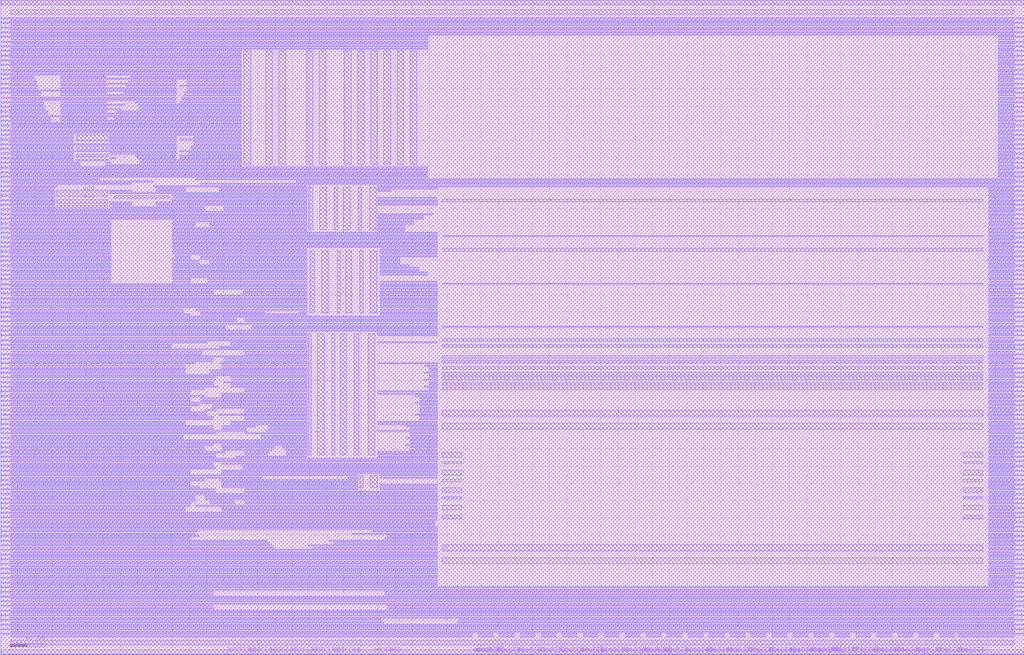
<source format=lef>
VERSION 5.8 ; 
BUSBITCHARS "[]" ; 
DIVIDERCHAR "/" ; 
MACRO sram22_64x24m4w8
    CLASS BLOCK  ;
    FOREIGN sram22_64x24m4w8   ;
    SIZE 298.440 BY 191.000 ;
    SYMMETRY X Y R90 ;
    PIN dout[0] 
        DIRECTION OUTPUT ; 
        ANTENNADIFFAREA 0.448000 LAYER met2 ;
        ANTENNAPARTIALMETALAREA 0.950300 LAYER met1 ;
        ANTENNAPARTIALMETALAREA 7.107200 LAYER met2 ;
        PORT 
            LAYER met1 ;
                RECT 138.470 0.000 138.610 0.140 ;
        END 
    END dout[0] 
    PIN dout[1] 
        DIRECTION OUTPUT ; 
        ANTENNADIFFAREA 0.448000 LAYER met2 ;
        ANTENNAPARTIALMETALAREA 0.950300 LAYER met1 ;
        ANTENNAPARTIALMETALAREA 7.107200 LAYER met2 ;
        PORT 
            LAYER met1 ;
                RECT 144.570 0.000 144.710 0.140 ;
        END 
    END dout[1] 
    PIN dout[2] 
        DIRECTION OUTPUT ; 
        ANTENNADIFFAREA 0.448000 LAYER met2 ;
        ANTENNAPARTIALMETALAREA 0.950300 LAYER met1 ;
        ANTENNAPARTIALMETALAREA 7.107200 LAYER met2 ;
        PORT 
            LAYER met1 ;
                RECT 150.670 0.000 150.810 0.140 ;
        END 
    END dout[2] 
    PIN dout[3] 
        DIRECTION OUTPUT ; 
        ANTENNADIFFAREA 0.448000 LAYER met2 ;
        ANTENNAPARTIALMETALAREA 0.950300 LAYER met1 ;
        ANTENNAPARTIALMETALAREA 7.107200 LAYER met2 ;
        PORT 
            LAYER met1 ;
                RECT 156.770 0.000 156.910 0.140 ;
        END 
    END dout[3] 
    PIN dout[4] 
        DIRECTION OUTPUT ; 
        ANTENNADIFFAREA 0.448000 LAYER met2 ;
        ANTENNAPARTIALMETALAREA 0.950300 LAYER met1 ;
        ANTENNAPARTIALMETALAREA 7.107200 LAYER met2 ;
        PORT 
            LAYER met1 ;
                RECT 162.870 0.000 163.010 0.140 ;
        END 
    END dout[4] 
    PIN dout[5] 
        DIRECTION OUTPUT ; 
        ANTENNADIFFAREA 0.448000 LAYER met2 ;
        ANTENNAPARTIALMETALAREA 0.950300 LAYER met1 ;
        ANTENNAPARTIALMETALAREA 7.107200 LAYER met2 ;
        PORT 
            LAYER met1 ;
                RECT 168.970 0.000 169.110 0.140 ;
        END 
    END dout[5] 
    PIN dout[6] 
        DIRECTION OUTPUT ; 
        ANTENNADIFFAREA 0.448000 LAYER met2 ;
        ANTENNAPARTIALMETALAREA 0.950300 LAYER met1 ;
        ANTENNAPARTIALMETALAREA 7.107200 LAYER met2 ;
        PORT 
            LAYER met1 ;
                RECT 175.070 0.000 175.210 0.140 ;
        END 
    END dout[6] 
    PIN dout[7] 
        DIRECTION OUTPUT ; 
        ANTENNADIFFAREA 0.448000 LAYER met2 ;
        ANTENNAPARTIALMETALAREA 0.950300 LAYER met1 ;
        ANTENNAPARTIALMETALAREA 7.107200 LAYER met2 ;
        PORT 
            LAYER met1 ;
                RECT 181.170 0.000 181.310 0.140 ;
        END 
    END dout[7] 
    PIN dout[8] 
        DIRECTION OUTPUT ; 
        ANTENNADIFFAREA 0.448000 LAYER met2 ;
        ANTENNAPARTIALMETALAREA 0.950300 LAYER met1 ;
        ANTENNAPARTIALMETALAREA 7.107200 LAYER met2 ;
        PORT 
            LAYER met1 ;
                RECT 187.270 0.000 187.410 0.140 ;
        END 
    END dout[8] 
    PIN dout[9] 
        DIRECTION OUTPUT ; 
        ANTENNADIFFAREA 0.448000 LAYER met2 ;
        ANTENNAPARTIALMETALAREA 0.950300 LAYER met1 ;
        ANTENNAPARTIALMETALAREA 7.107200 LAYER met2 ;
        PORT 
            LAYER met1 ;
                RECT 193.370 0.000 193.510 0.140 ;
        END 
    END dout[9] 
    PIN dout[10] 
        DIRECTION OUTPUT ; 
        ANTENNADIFFAREA 0.448000 LAYER met2 ;
        ANTENNAPARTIALMETALAREA 0.950300 LAYER met1 ;
        ANTENNAPARTIALMETALAREA 7.107200 LAYER met2 ;
        PORT 
            LAYER met1 ;
                RECT 199.470 0.000 199.610 0.140 ;
        END 
    END dout[10] 
    PIN dout[11] 
        DIRECTION OUTPUT ; 
        ANTENNADIFFAREA 0.448000 LAYER met2 ;
        ANTENNAPARTIALMETALAREA 0.950300 LAYER met1 ;
        ANTENNAPARTIALMETALAREA 7.107200 LAYER met2 ;
        PORT 
            LAYER met1 ;
                RECT 205.570 0.000 205.710 0.140 ;
        END 
    END dout[11] 
    PIN dout[12] 
        DIRECTION OUTPUT ; 
        ANTENNADIFFAREA 0.448000 LAYER met2 ;
        ANTENNAPARTIALMETALAREA 0.950300 LAYER met1 ;
        ANTENNAPARTIALMETALAREA 7.107200 LAYER met2 ;
        PORT 
            LAYER met1 ;
                RECT 211.670 0.000 211.810 0.140 ;
        END 
    END dout[12] 
    PIN dout[13] 
        DIRECTION OUTPUT ; 
        ANTENNADIFFAREA 0.448000 LAYER met2 ;
        ANTENNAPARTIALMETALAREA 0.950300 LAYER met1 ;
        ANTENNAPARTIALMETALAREA 7.107200 LAYER met2 ;
        PORT 
            LAYER met1 ;
                RECT 217.770 0.000 217.910 0.140 ;
        END 
    END dout[13] 
    PIN dout[14] 
        DIRECTION OUTPUT ; 
        ANTENNADIFFAREA 0.448000 LAYER met2 ;
        ANTENNAPARTIALMETALAREA 0.950300 LAYER met1 ;
        ANTENNAPARTIALMETALAREA 7.107200 LAYER met2 ;
        PORT 
            LAYER met1 ;
                RECT 223.870 0.000 224.010 0.140 ;
        END 
    END dout[14] 
    PIN dout[15] 
        DIRECTION OUTPUT ; 
        ANTENNADIFFAREA 0.448000 LAYER met2 ;
        ANTENNAPARTIALMETALAREA 0.950300 LAYER met1 ;
        ANTENNAPARTIALMETALAREA 7.107200 LAYER met2 ;
        PORT 
            LAYER met1 ;
                RECT 229.970 0.000 230.110 0.140 ;
        END 
    END dout[15] 
    PIN dout[16] 
        DIRECTION OUTPUT ; 
        ANTENNADIFFAREA 0.448000 LAYER met2 ;
        ANTENNAPARTIALMETALAREA 0.950300 LAYER met1 ;
        ANTENNAPARTIALMETALAREA 7.107200 LAYER met2 ;
        PORT 
            LAYER met1 ;
                RECT 236.070 0.000 236.210 0.140 ;
        END 
    END dout[16] 
    PIN dout[17] 
        DIRECTION OUTPUT ; 
        ANTENNADIFFAREA 0.448000 LAYER met2 ;
        ANTENNAPARTIALMETALAREA 0.950300 LAYER met1 ;
        ANTENNAPARTIALMETALAREA 7.107200 LAYER met2 ;
        PORT 
            LAYER met1 ;
                RECT 242.170 0.000 242.310 0.140 ;
        END 
    END dout[17] 
    PIN dout[18] 
        DIRECTION OUTPUT ; 
        ANTENNADIFFAREA 0.448000 LAYER met2 ;
        ANTENNAPARTIALMETALAREA 0.950300 LAYER met1 ;
        ANTENNAPARTIALMETALAREA 7.107200 LAYER met2 ;
        PORT 
            LAYER met1 ;
                RECT 248.270 0.000 248.410 0.140 ;
        END 
    END dout[18] 
    PIN dout[19] 
        DIRECTION OUTPUT ; 
        ANTENNADIFFAREA 0.448000 LAYER met2 ;
        ANTENNAPARTIALMETALAREA 0.950300 LAYER met1 ;
        ANTENNAPARTIALMETALAREA 7.107200 LAYER met2 ;
        PORT 
            LAYER met1 ;
                RECT 254.370 0.000 254.510 0.140 ;
        END 
    END dout[19] 
    PIN dout[20] 
        DIRECTION OUTPUT ; 
        ANTENNADIFFAREA 0.448000 LAYER met2 ;
        ANTENNAPARTIALMETALAREA 0.950300 LAYER met1 ;
        ANTENNAPARTIALMETALAREA 7.107200 LAYER met2 ;
        PORT 
            LAYER met1 ;
                RECT 260.470 0.000 260.610 0.140 ;
        END 
    END dout[20] 
    PIN dout[21] 
        DIRECTION OUTPUT ; 
        ANTENNADIFFAREA 0.448000 LAYER met2 ;
        ANTENNAPARTIALMETALAREA 0.950300 LAYER met1 ;
        ANTENNAPARTIALMETALAREA 7.107200 LAYER met2 ;
        PORT 
            LAYER met1 ;
                RECT 266.570 0.000 266.710 0.140 ;
        END 
    END dout[21] 
    PIN dout[22] 
        DIRECTION OUTPUT ; 
        ANTENNADIFFAREA 0.448000 LAYER met2 ;
        ANTENNAPARTIALMETALAREA 0.950300 LAYER met1 ;
        ANTENNAPARTIALMETALAREA 7.107200 LAYER met2 ;
        PORT 
            LAYER met1 ;
                RECT 272.670 0.000 272.810 0.140 ;
        END 
    END dout[22] 
    PIN dout[23] 
        DIRECTION OUTPUT ; 
        ANTENNADIFFAREA 0.448000 LAYER met2 ;
        ANTENNAPARTIALMETALAREA 0.950300 LAYER met1 ;
        ANTENNAPARTIALMETALAREA 7.107200 LAYER met2 ;
        PORT 
            LAYER met1 ;
                RECT 278.770 0.000 278.910 0.140 ;
        END 
    END dout[23] 
    PIN din[0] 
        DIRECTION INPUT ; 
        ANTENNAGATEAREA 0.126000 LAYER met2 ;
        ANTENNAPARTIALMETALAREA 5.238500 LAYER met1 ;
        ANTENNAPARTIALMETALAREA 6.828800 LAYER met2 ;
        PORT 
            LAYER met1 ;
                RECT 138.050 0.000 138.190 0.140 ;
        END 
    END din[0] 
    PIN din[1] 
        DIRECTION INPUT ; 
        ANTENNAGATEAREA 0.126000 LAYER met2 ;
        ANTENNAPARTIALMETALAREA 5.238500 LAYER met1 ;
        ANTENNAPARTIALMETALAREA 6.828800 LAYER met2 ;
        PORT 
            LAYER met1 ;
                RECT 144.150 0.000 144.290 0.140 ;
        END 
    END din[1] 
    PIN din[2] 
        DIRECTION INPUT ; 
        ANTENNAGATEAREA 0.126000 LAYER met2 ;
        ANTENNAPARTIALMETALAREA 5.238500 LAYER met1 ;
        ANTENNAPARTIALMETALAREA 6.828800 LAYER met2 ;
        PORT 
            LAYER met1 ;
                RECT 150.250 0.000 150.390 0.140 ;
        END 
    END din[2] 
    PIN din[3] 
        DIRECTION INPUT ; 
        ANTENNAGATEAREA 0.126000 LAYER met2 ;
        ANTENNAPARTIALMETALAREA 5.238500 LAYER met1 ;
        ANTENNAPARTIALMETALAREA 6.828800 LAYER met2 ;
        PORT 
            LAYER met1 ;
                RECT 156.350 0.000 156.490 0.140 ;
        END 
    END din[3] 
    PIN din[4] 
        DIRECTION INPUT ; 
        ANTENNAGATEAREA 0.126000 LAYER met2 ;
        ANTENNAPARTIALMETALAREA 5.238500 LAYER met1 ;
        ANTENNAPARTIALMETALAREA 6.828800 LAYER met2 ;
        PORT 
            LAYER met1 ;
                RECT 162.450 0.000 162.590 0.140 ;
        END 
    END din[4] 
    PIN din[5] 
        DIRECTION INPUT ; 
        ANTENNAGATEAREA 0.126000 LAYER met2 ;
        ANTENNAPARTIALMETALAREA 5.238500 LAYER met1 ;
        ANTENNAPARTIALMETALAREA 6.828800 LAYER met2 ;
        PORT 
            LAYER met1 ;
                RECT 168.550 0.000 168.690 0.140 ;
        END 
    END din[5] 
    PIN din[6] 
        DIRECTION INPUT ; 
        ANTENNAGATEAREA 0.126000 LAYER met2 ;
        ANTENNAPARTIALMETALAREA 5.238500 LAYER met1 ;
        ANTENNAPARTIALMETALAREA 6.828800 LAYER met2 ;
        PORT 
            LAYER met1 ;
                RECT 174.650 0.000 174.790 0.140 ;
        END 
    END din[6] 
    PIN din[7] 
        DIRECTION INPUT ; 
        ANTENNAGATEAREA 0.126000 LAYER met2 ;
        ANTENNAPARTIALMETALAREA 5.238500 LAYER met1 ;
        ANTENNAPARTIALMETALAREA 6.828800 LAYER met2 ;
        PORT 
            LAYER met1 ;
                RECT 180.750 0.000 180.890 0.140 ;
        END 
    END din[7] 
    PIN din[8] 
        DIRECTION INPUT ; 
        ANTENNAGATEAREA 0.126000 LAYER met2 ;
        ANTENNAPARTIALMETALAREA 5.238500 LAYER met1 ;
        ANTENNAPARTIALMETALAREA 6.828800 LAYER met2 ;
        PORT 
            LAYER met1 ;
                RECT 186.850 0.000 186.990 0.140 ;
        END 
    END din[8] 
    PIN din[9] 
        DIRECTION INPUT ; 
        ANTENNAGATEAREA 0.126000 LAYER met2 ;
        ANTENNAPARTIALMETALAREA 5.238500 LAYER met1 ;
        ANTENNAPARTIALMETALAREA 6.828800 LAYER met2 ;
        PORT 
            LAYER met1 ;
                RECT 192.950 0.000 193.090 0.140 ;
        END 
    END din[9] 
    PIN din[10] 
        DIRECTION INPUT ; 
        ANTENNAGATEAREA 0.126000 LAYER met2 ;
        ANTENNAPARTIALMETALAREA 5.238500 LAYER met1 ;
        ANTENNAPARTIALMETALAREA 6.828800 LAYER met2 ;
        PORT 
            LAYER met1 ;
                RECT 199.050 0.000 199.190 0.140 ;
        END 
    END din[10] 
    PIN din[11] 
        DIRECTION INPUT ; 
        ANTENNAGATEAREA 0.126000 LAYER met2 ;
        ANTENNAPARTIALMETALAREA 5.238500 LAYER met1 ;
        ANTENNAPARTIALMETALAREA 6.828800 LAYER met2 ;
        PORT 
            LAYER met1 ;
                RECT 205.150 0.000 205.290 0.140 ;
        END 
    END din[11] 
    PIN din[12] 
        DIRECTION INPUT ; 
        ANTENNAGATEAREA 0.126000 LAYER met2 ;
        ANTENNAPARTIALMETALAREA 5.238500 LAYER met1 ;
        ANTENNAPARTIALMETALAREA 6.828800 LAYER met2 ;
        PORT 
            LAYER met1 ;
                RECT 211.250 0.000 211.390 0.140 ;
        END 
    END din[12] 
    PIN din[13] 
        DIRECTION INPUT ; 
        ANTENNAGATEAREA 0.126000 LAYER met2 ;
        ANTENNAPARTIALMETALAREA 5.238500 LAYER met1 ;
        ANTENNAPARTIALMETALAREA 6.828800 LAYER met2 ;
        PORT 
            LAYER met1 ;
                RECT 217.350 0.000 217.490 0.140 ;
        END 
    END din[13] 
    PIN din[14] 
        DIRECTION INPUT ; 
        ANTENNAGATEAREA 0.126000 LAYER met2 ;
        ANTENNAPARTIALMETALAREA 5.238500 LAYER met1 ;
        ANTENNAPARTIALMETALAREA 6.828800 LAYER met2 ;
        PORT 
            LAYER met1 ;
                RECT 223.450 0.000 223.590 0.140 ;
        END 
    END din[14] 
    PIN din[15] 
        DIRECTION INPUT ; 
        ANTENNAGATEAREA 0.126000 LAYER met2 ;
        ANTENNAPARTIALMETALAREA 5.238500 LAYER met1 ;
        ANTENNAPARTIALMETALAREA 6.828800 LAYER met2 ;
        PORT 
            LAYER met1 ;
                RECT 229.550 0.000 229.690 0.140 ;
        END 
    END din[15] 
    PIN din[16] 
        DIRECTION INPUT ; 
        ANTENNAGATEAREA 0.126000 LAYER met2 ;
        ANTENNAPARTIALMETALAREA 5.238500 LAYER met1 ;
        ANTENNAPARTIALMETALAREA 6.828800 LAYER met2 ;
        PORT 
            LAYER met1 ;
                RECT 235.650 0.000 235.790 0.140 ;
        END 
    END din[16] 
    PIN din[17] 
        DIRECTION INPUT ; 
        ANTENNAGATEAREA 0.126000 LAYER met2 ;
        ANTENNAPARTIALMETALAREA 5.238500 LAYER met1 ;
        ANTENNAPARTIALMETALAREA 6.828800 LAYER met2 ;
        PORT 
            LAYER met1 ;
                RECT 241.750 0.000 241.890 0.140 ;
        END 
    END din[17] 
    PIN din[18] 
        DIRECTION INPUT ; 
        ANTENNAGATEAREA 0.126000 LAYER met2 ;
        ANTENNAPARTIALMETALAREA 5.238500 LAYER met1 ;
        ANTENNAPARTIALMETALAREA 6.828800 LAYER met2 ;
        PORT 
            LAYER met1 ;
                RECT 247.850 0.000 247.990 0.140 ;
        END 
    END din[18] 
    PIN din[19] 
        DIRECTION INPUT ; 
        ANTENNAGATEAREA 0.126000 LAYER met2 ;
        ANTENNAPARTIALMETALAREA 5.238500 LAYER met1 ;
        ANTENNAPARTIALMETALAREA 6.828800 LAYER met2 ;
        PORT 
            LAYER met1 ;
                RECT 253.950 0.000 254.090 0.140 ;
        END 
    END din[19] 
    PIN din[20] 
        DIRECTION INPUT ; 
        ANTENNAGATEAREA 0.126000 LAYER met2 ;
        ANTENNAPARTIALMETALAREA 5.238500 LAYER met1 ;
        ANTENNAPARTIALMETALAREA 6.828800 LAYER met2 ;
        PORT 
            LAYER met1 ;
                RECT 260.050 0.000 260.190 0.140 ;
        END 
    END din[20] 
    PIN din[21] 
        DIRECTION INPUT ; 
        ANTENNAGATEAREA 0.126000 LAYER met2 ;
        ANTENNAPARTIALMETALAREA 5.238500 LAYER met1 ;
        ANTENNAPARTIALMETALAREA 6.828800 LAYER met2 ;
        PORT 
            LAYER met1 ;
                RECT 266.150 0.000 266.290 0.140 ;
        END 
    END din[21] 
    PIN din[22] 
        DIRECTION INPUT ; 
        ANTENNAGATEAREA 0.126000 LAYER met2 ;
        ANTENNAPARTIALMETALAREA 5.238500 LAYER met1 ;
        ANTENNAPARTIALMETALAREA 6.828800 LAYER met2 ;
        PORT 
            LAYER met1 ;
                RECT 272.250 0.000 272.390 0.140 ;
        END 
    END din[22] 
    PIN din[23] 
        DIRECTION INPUT ; 
        ANTENNAGATEAREA 0.126000 LAYER met2 ;
        ANTENNAPARTIALMETALAREA 5.238500 LAYER met1 ;
        ANTENNAPARTIALMETALAREA 6.828800 LAYER met2 ;
        PORT 
            LAYER met1 ;
                RECT 278.350 0.000 278.490 0.140 ;
        END 
    END din[23] 
    PIN wmask[0] 
        DIRECTION INPUT ; 
        ANTENNAGATEAREA 0.126000 LAYER met2 ;
        ANTENNAPARTIALMETALAREA 3.048900 LAYER met1 ;
        ANTENNAPARTIALMETALAREA 0.278400 LAYER met2 ;
        PORT 
            LAYER met1 ;
                RECT 137.700 0.000 137.840 0.140 ;
        END 
    END wmask[0] 
    PIN wmask[1] 
        DIRECTION INPUT ; 
        ANTENNAGATEAREA 0.126000 LAYER met2 ;
        ANTENNAPARTIALMETALAREA 3.048900 LAYER met1 ;
        ANTENNAPARTIALMETALAREA 0.278400 LAYER met2 ;
        PORT 
            LAYER met1 ;
                RECT 186.500 0.000 186.640 0.140 ;
        END 
    END wmask[1] 
    PIN wmask[2] 
        DIRECTION INPUT ; 
        ANTENNAGATEAREA 0.126000 LAYER met2 ;
        ANTENNAPARTIALMETALAREA 3.048900 LAYER met1 ;
        ANTENNAPARTIALMETALAREA 0.278400 LAYER met2 ;
        PORT 
            LAYER met1 ;
                RECT 235.300 0.000 235.440 0.140 ;
        END 
    END wmask[2] 
    PIN addr[0] 
        DIRECTION INPUT ; 
        ANTENNAGATEAREA 0.126000 LAYER met1 ;
        ANTENNAPARTIALMETALAREA 3.880700 LAYER met1 ;
        PORT 
            LAYER met1 ;
                RECT 96.360 0.000 96.680 0.320 ;
        END 
    END addr[0] 
    PIN addr[1] 
        DIRECTION INPUT ; 
        ANTENNAGATEAREA 0.126000 LAYER met1 ;
        ANTENNAPARTIALMETALAREA 3.880700 LAYER met1 ;
        PORT 
            LAYER met1 ;
                RECT 90.240 0.000 90.560 0.320 ;
        END 
    END addr[1] 
    PIN addr[2] 
        DIRECTION INPUT ; 
        ANTENNAGATEAREA 0.126000 LAYER met1 ;
        ANTENNAPARTIALMETALAREA 3.880700 LAYER met1 ;
        PORT 
            LAYER met1 ;
                RECT 84.120 0.000 84.440 0.320 ;
        END 
    END addr[2] 
    PIN addr[3] 
        DIRECTION INPUT ; 
        ANTENNAGATEAREA 0.126000 LAYER met1 ;
        ANTENNAPARTIALMETALAREA 3.880700 LAYER met1 ;
        PORT 
            LAYER met1 ;
                RECT 78.000 0.000 78.320 0.320 ;
        END 
    END addr[3] 
    PIN addr[4] 
        DIRECTION INPUT ; 
        ANTENNAGATEAREA 0.126000 LAYER met1 ;
        ANTENNAPARTIALMETALAREA 3.880700 LAYER met1 ;
        PORT 
            LAYER met1 ;
                RECT 71.880 0.000 72.200 0.320 ;
        END 
    END addr[4] 
    PIN addr[5] 
        DIRECTION INPUT ; 
        ANTENNAGATEAREA 0.126000 LAYER met1 ;
        ANTENNAPARTIALMETALAREA 3.880700 LAYER met1 ;
        PORT 
            LAYER met1 ;
                RECT 65.760 0.000 66.080 0.320 ;
        END 
    END addr[5] 
    PIN we 
        DIRECTION INPUT ; 
        ANTENNAGATEAREA 0.126000 LAYER met1 ;
        ANTENNAPARTIALMETALAREA 3.880700 LAYER met1 ;
        PORT 
            LAYER met1 ;
                RECT 108.600 0.000 108.920 0.320 ;
        END 
    END we 
    PIN ce 
        DIRECTION INPUT ; 
        ANTENNAGATEAREA 0.126000 LAYER met1 ;
        ANTENNAPARTIALMETALAREA 3.880700 LAYER met1 ;
        PORT 
            LAYER met1 ;
                RECT 102.480 0.000 102.800 0.320 ;
        END 
    END ce 
    PIN clk 
        DIRECTION INPUT ; 
        ANTENNAGATEAREA 17.019000 LAYER met2 ;
        PORT 
            LAYER met1 ;
                RECT 111.320 0.000 111.640 0.320 ;
        END 
    END clk 
    PIN rstb 
        DIRECTION INPUT ; 
        ANTENNAGATEAREA 20.925000 LAYER met2 ;
        PORT 
            LAYER met1 ;
                RECT 112.000 0.000 112.320 0.320 ;
        END 
    END rstb 
    PIN vdd 
        DIRECTION INOUT ; 
        USE POWER ; 
        PORT 
            LAYER met2 ;
                RECT 0.160 5.920 137.480 6.240 ;
                RECT 139.200 5.920 143.600 6.240 ;
                RECT 145.320 5.920 149.720 6.240 ;
                RECT 151.440 5.920 155.840 6.240 ;
                RECT 157.560 5.920 161.960 6.240 ;
                RECT 163.680 5.920 168.080 6.240 ;
                RECT 169.800 5.920 174.200 6.240 ;
                RECT 175.920 5.920 180.320 6.240 ;
                RECT 182.040 5.920 186.440 6.240 ;
                RECT 188.160 5.920 192.560 6.240 ;
                RECT 194.280 5.920 198.680 6.240 ;
                RECT 200.400 5.920 204.800 6.240 ;
                RECT 206.520 5.920 210.920 6.240 ;
                RECT 212.640 5.920 217.040 6.240 ;
                RECT 218.760 5.920 223.160 6.240 ;
                RECT 224.880 5.920 229.280 6.240 ;
                RECT 231.000 5.920 235.400 6.240 ;
                RECT 237.120 5.920 241.520 6.240 ;
                RECT 243.240 5.920 247.640 6.240 ;
                RECT 249.360 5.920 253.760 6.240 ;
                RECT 255.480 5.920 259.880 6.240 ;
                RECT 261.600 5.920 266.000 6.240 ;
                RECT 267.720 5.920 272.120 6.240 ;
                RECT 273.840 5.920 278.240 6.240 ;
                RECT 279.280 5.920 298.280 6.240 ;
                RECT 0.160 7.280 298.280 7.600 ;
                RECT 0.160 8.640 298.280 8.960 ;
                RECT 0.160 10.000 110.960 10.320 ;
                RECT 133.760 10.000 298.280 10.320 ;
                RECT 0.160 11.360 298.280 11.680 ;
                RECT 0.160 12.720 298.280 13.040 ;
                RECT 0.160 14.080 62.000 14.400 ;
                RECT 112.680 14.080 298.280 14.400 ;
                RECT 0.160 15.440 298.280 15.760 ;
                RECT 0.160 16.800 298.280 17.120 ;
                RECT 0.160 18.160 62.000 18.480 ;
                RECT 112.000 18.160 298.280 18.480 ;
                RECT 0.160 19.520 298.280 19.840 ;
                RECT 0.160 20.880 127.280 21.200 ;
                RECT 288.120 20.880 298.280 21.200 ;
                RECT 0.160 22.240 127.280 22.560 ;
                RECT 288.120 22.240 298.280 22.560 ;
                RECT 0.160 23.600 127.280 23.920 ;
                RECT 288.120 23.600 298.280 23.920 ;
                RECT 0.160 24.960 127.280 25.280 ;
                RECT 288.120 24.960 298.280 25.280 ;
                RECT 0.160 26.320 127.280 26.640 ;
                RECT 288.120 26.320 298.280 26.640 ;
                RECT 0.160 27.680 127.280 28.000 ;
                RECT 288.120 27.680 298.280 28.000 ;
                RECT 0.160 29.040 127.280 29.360 ;
                RECT 288.120 29.040 298.280 29.360 ;
                RECT 0.160 30.400 127.280 30.720 ;
                RECT 288.120 30.400 298.280 30.720 ;
                RECT 0.160 31.760 79.000 32.080 ;
                RECT 89.560 31.760 127.280 32.080 ;
                RECT 288.120 31.760 298.280 32.080 ;
                RECT 0.160 33.120 77.640 33.440 ;
                RECT 95.680 33.120 127.280 33.440 ;
                RECT 288.120 33.120 298.280 33.440 ;
                RECT 0.160 34.480 57.920 34.800 ;
                RECT 112.680 34.480 127.280 34.800 ;
                RECT 288.120 34.480 298.280 34.800 ;
                RECT 0.160 35.840 57.240 36.160 ;
                RECT 108.600 35.840 127.280 36.160 ;
                RECT 288.120 35.840 298.280 36.160 ;
                RECT 0.160 37.200 127.280 37.520 ;
                RECT 288.120 37.200 298.280 37.520 ;
                RECT 0.160 38.560 126.600 38.880 ;
                RECT 288.120 38.560 298.280 38.880 ;
                RECT 0.160 39.920 127.280 40.240 ;
                RECT 288.120 39.920 298.280 40.240 ;
                RECT 0.160 41.280 127.280 41.600 ;
                RECT 288.120 41.280 298.280 41.600 ;
                RECT 0.160 42.640 53.840 42.960 ;
                RECT 64.400 42.640 127.280 42.960 ;
                RECT 288.120 42.640 298.280 42.960 ;
                RECT 0.160 44.000 55.200 44.320 ;
                RECT 61.000 44.000 68.120 44.320 ;
                RECT 71.200 44.000 127.280 44.320 ;
                RECT 288.120 44.000 298.280 44.320 ;
                RECT 0.160 45.360 56.560 45.680 ;
                RECT 59.640 45.360 127.280 45.680 ;
                RECT 288.120 45.360 298.280 45.680 ;
                RECT 0.160 46.720 127.280 47.040 ;
                RECT 288.120 46.720 298.280 47.040 ;
                RECT 0.160 48.080 62.680 48.400 ;
                RECT 71.200 48.080 104.160 48.400 ;
                RECT 110.640 48.080 127.280 48.400 ;
                RECT 288.120 48.080 298.280 48.400 ;
                RECT 0.160 49.440 55.200 49.760 ;
                RECT 64.400 49.440 104.160 49.760 ;
                RECT 110.640 49.440 127.280 49.760 ;
                RECT 288.120 49.440 298.280 49.760 ;
                RECT 0.160 50.800 59.280 51.120 ;
                RECT 63.720 50.800 104.160 51.120 ;
                RECT 288.120 50.800 298.280 51.120 ;
                RECT 0.160 52.160 104.160 52.480 ;
                RECT 110.640 52.160 127.280 52.480 ;
                RECT 288.120 52.160 298.280 52.480 ;
                RECT 0.160 53.520 55.200 53.840 ;
                RECT 64.400 53.520 127.280 53.840 ;
                RECT 288.120 53.520 298.280 53.840 ;
                RECT 0.160 54.880 62.000 55.200 ;
                RECT 70.520 54.880 127.280 55.200 ;
                RECT 288.120 54.880 298.280 55.200 ;
                RECT 0.160 56.240 127.280 56.560 ;
                RECT 288.120 56.240 298.280 56.560 ;
                RECT 0.160 57.600 62.680 57.920 ;
                RECT 68.480 57.600 89.200 57.920 ;
                RECT 109.960 57.600 127.280 57.920 ;
                RECT 288.120 57.600 298.280 57.920 ;
                RECT 0.160 58.960 65.400 59.280 ;
                RECT 71.200 58.960 78.320 59.280 ;
                RECT 83.440 58.960 89.200 59.280 ;
                RECT 109.960 58.960 127.280 59.280 ;
                RECT 288.120 58.960 298.280 59.280 ;
                RECT 0.160 60.320 59.280 60.640 ;
                RECT 64.400 60.320 79.680 60.640 ;
                RECT 82.080 60.320 89.200 60.640 ;
                RECT 119.480 60.320 127.280 60.640 ;
                RECT 288.120 60.320 298.280 60.640 ;
                RECT 0.160 61.680 89.200 62.000 ;
                RECT 119.480 61.680 127.280 62.000 ;
                RECT 288.120 61.680 298.280 62.000 ;
                RECT 0.160 63.040 53.160 63.360 ;
                RECT 75.960 63.040 89.200 63.360 ;
                RECT 118.120 63.040 127.280 63.360 ;
                RECT 288.120 63.040 298.280 63.360 ;
                RECT 0.160 64.400 62.680 64.720 ;
                RECT 71.200 64.400 89.200 64.720 ;
                RECT 119.480 64.400 127.280 64.720 ;
                RECT 288.120 64.400 298.280 64.720 ;
                RECT 0.160 65.760 62.000 66.080 ;
                RECT 64.400 65.760 71.520 66.080 ;
                RECT 78.000 65.760 89.200 66.080 ;
                RECT 119.480 65.760 127.280 66.080 ;
                RECT 288.120 65.760 298.280 66.080 ;
                RECT 0.160 67.120 53.840 67.440 ;
                RECT 67.120 67.120 89.200 67.440 ;
                RECT 109.960 67.120 127.280 67.440 ;
                RECT 288.120 67.120 298.280 67.440 ;
                RECT 0.160 68.480 62.000 68.800 ;
                RECT 71.200 68.480 89.200 68.800 ;
                RECT 122.200 68.480 127.280 68.800 ;
                RECT 288.120 68.480 298.280 68.800 ;
                RECT 0.160 69.840 59.960 70.160 ;
                RECT 63.720 69.840 89.200 70.160 ;
                RECT 120.840 69.840 127.280 70.160 ;
                RECT 288.120 69.840 298.280 70.160 ;
                RECT 0.160 71.200 55.200 71.520 ;
                RECT 59.640 71.200 62.680 71.520 ;
                RECT 71.200 71.200 89.200 71.520 ;
                RECT 122.200 71.200 127.280 71.520 ;
                RECT 288.120 71.200 298.280 71.520 ;
                RECT 0.160 72.560 57.920 72.880 ;
                RECT 61.680 72.560 89.200 72.880 ;
                RECT 122.200 72.560 127.280 72.880 ;
                RECT 288.120 72.560 298.280 72.880 ;
                RECT 0.160 73.920 55.200 74.240 ;
                RECT 58.280 73.920 89.200 74.240 ;
                RECT 122.200 73.920 127.280 74.240 ;
                RECT 288.120 73.920 298.280 74.240 ;
                RECT 0.160 75.280 59.280 75.600 ;
                RECT 64.400 75.280 89.200 75.600 ;
                RECT 120.840 75.280 127.280 75.600 ;
                RECT 288.120 75.280 298.280 75.600 ;
                RECT 0.160 76.640 55.200 76.960 ;
                RECT 71.200 76.640 89.200 76.960 ;
                RECT 109.960 76.640 127.280 76.960 ;
                RECT 288.120 76.640 298.280 76.960 ;
                RECT 0.160 78.000 63.360 78.320 ;
                RECT 67.120 78.000 89.200 78.320 ;
                RECT 123.560 78.000 127.280 78.320 ;
                RECT 288.120 78.000 298.280 78.320 ;
                RECT 0.160 79.360 62.000 79.680 ;
                RECT 65.080 79.360 89.200 79.680 ;
                RECT 124.920 79.360 127.280 79.680 ;
                RECT 288.120 79.360 298.280 79.680 ;
                RECT 0.160 80.720 62.680 81.040 ;
                RECT 67.120 80.720 89.200 81.040 ;
                RECT 124.920 80.720 127.280 81.040 ;
                RECT 288.120 80.720 298.280 81.040 ;
                RECT 0.160 82.080 53.840 82.400 ;
                RECT 61.000 82.080 89.200 82.400 ;
                RECT 123.560 82.080 127.280 82.400 ;
                RECT 288.120 82.080 298.280 82.400 ;
                RECT 0.160 83.440 53.840 83.760 ;
                RECT 64.400 83.440 89.200 83.760 ;
                RECT 124.920 83.440 127.280 83.760 ;
                RECT 288.120 83.440 298.280 83.760 ;
                RECT 0.160 84.800 56.560 85.120 ;
                RECT 63.720 84.800 89.200 85.120 ;
                RECT 109.960 84.800 127.280 85.120 ;
                RECT 288.120 84.800 298.280 85.120 ;
                RECT 0.160 86.160 62.000 86.480 ;
                RECT 65.080 86.160 89.200 86.480 ;
                RECT 288.120 86.160 298.280 86.480 ;
                RECT 0.160 87.520 58.600 87.840 ;
                RECT 71.200 87.520 89.200 87.840 ;
                RECT 288.120 87.520 298.280 87.840 ;
                RECT 0.160 88.880 89.200 89.200 ;
                RECT 288.120 88.880 298.280 89.200 ;
                RECT 0.160 90.240 49.760 90.560 ;
                RECT 67.120 90.240 89.200 90.560 ;
                RECT 288.120 90.240 298.280 90.560 ;
                RECT 0.160 91.600 89.200 91.920 ;
                RECT 288.120 91.600 298.280 91.920 ;
                RECT 0.160 92.960 89.200 93.280 ;
                RECT 109.960 92.960 127.280 93.280 ;
                RECT 288.120 92.960 298.280 93.280 ;
                RECT 0.160 94.320 127.280 94.640 ;
                RECT 288.120 94.320 298.280 94.640 ;
                RECT 0.160 95.680 65.400 96.000 ;
                RECT 73.240 95.680 127.280 96.000 ;
                RECT 288.120 95.680 298.280 96.000 ;
                RECT 0.160 97.040 68.800 97.360 ;
                RECT 71.200 97.040 127.280 97.360 ;
                RECT 288.120 97.040 298.280 97.360 ;
                RECT 0.160 98.400 127.280 98.720 ;
                RECT 288.120 98.400 298.280 98.720 ;
                RECT 0.160 99.760 53.160 100.080 ;
                RECT 58.280 99.760 76.960 100.080 ;
                RECT 86.840 99.760 89.200 100.080 ;
                RECT 110.640 99.760 127.280 100.080 ;
                RECT 288.120 99.760 298.280 100.080 ;
                RECT 0.160 101.120 89.200 101.440 ;
                RECT 110.640 101.120 127.280 101.440 ;
                RECT 288.120 101.120 298.280 101.440 ;
                RECT 0.160 102.480 89.200 102.800 ;
                RECT 110.640 102.480 127.280 102.800 ;
                RECT 288.120 102.480 298.280 102.800 ;
                RECT 0.160 103.840 89.200 104.160 ;
                RECT 110.640 103.840 127.280 104.160 ;
                RECT 288.120 103.840 298.280 104.160 ;
                RECT 0.160 105.200 62.000 105.520 ;
                RECT 70.520 105.200 89.200 105.520 ;
                RECT 110.640 105.200 127.280 105.520 ;
                RECT 288.120 105.200 298.280 105.520 ;
                RECT 0.160 106.560 89.200 106.880 ;
                RECT 110.640 106.560 127.280 106.880 ;
                RECT 288.120 106.560 298.280 106.880 ;
                RECT 0.160 107.920 89.200 108.240 ;
                RECT 110.640 107.920 127.280 108.240 ;
                RECT 288.120 107.920 298.280 108.240 ;
                RECT 0.160 109.280 32.080 109.600 ;
                RECT 50.120 109.280 55.200 109.600 ;
                RECT 60.320 109.280 89.200 109.600 ;
                RECT 288.120 109.280 298.280 109.600 ;
                RECT 0.160 110.640 32.080 110.960 ;
                RECT 50.120 110.640 89.200 110.960 ;
                RECT 110.640 110.640 124.560 110.960 ;
                RECT 288.120 110.640 298.280 110.960 ;
                RECT 0.160 112.000 32.080 112.320 ;
                RECT 50.120 112.000 89.200 112.320 ;
                RECT 110.640 112.000 121.840 112.320 ;
                RECT 288.120 112.000 298.280 112.320 ;
                RECT 0.160 113.360 32.080 113.680 ;
                RECT 50.120 113.360 89.200 113.680 ;
                RECT 110.640 113.360 119.120 113.680 ;
                RECT 288.120 113.360 298.280 113.680 ;
                RECT 0.160 114.720 32.080 115.040 ;
                RECT 50.120 114.720 57.920 115.040 ;
                RECT 61.000 114.720 89.200 115.040 ;
                RECT 110.640 114.720 116.400 115.040 ;
                RECT 288.120 114.720 298.280 115.040 ;
                RECT 0.160 116.080 32.080 116.400 ;
                RECT 50.800 116.080 55.200 116.400 ;
                RECT 58.280 116.080 89.200 116.400 ;
                RECT 110.640 116.080 127.280 116.400 ;
                RECT 288.120 116.080 298.280 116.400 ;
                RECT 0.160 117.440 32.080 117.760 ;
                RECT 50.120 117.440 89.200 117.760 ;
                RECT 110.640 117.440 127.280 117.760 ;
                RECT 288.120 117.440 298.280 117.760 ;
                RECT 0.160 118.800 32.080 119.120 ;
                RECT 50.120 118.800 127.280 119.120 ;
                RECT 288.120 118.800 298.280 119.120 ;
                RECT 0.160 120.160 32.080 120.480 ;
                RECT 50.120 120.160 127.280 120.480 ;
                RECT 288.120 120.160 298.280 120.480 ;
                RECT 0.160 121.520 32.080 121.840 ;
                RECT 50.120 121.520 127.280 121.840 ;
                RECT 288.120 121.520 298.280 121.840 ;
                RECT 0.160 122.880 32.080 123.200 ;
                RECT 50.120 122.880 127.280 123.200 ;
                RECT 288.120 122.880 298.280 123.200 ;
                RECT 0.160 124.240 32.080 124.560 ;
                RECT 50.120 124.240 89.200 124.560 ;
                RECT 109.960 124.240 117.760 124.560 ;
                RECT 288.120 124.240 298.280 124.560 ;
                RECT 0.160 125.600 32.080 125.920 ;
                RECT 50.120 125.600 56.560 125.920 ;
                RECT 61.000 125.600 89.200 125.920 ;
                RECT 109.960 125.600 120.480 125.920 ;
                RECT 288.120 125.600 298.280 125.920 ;
                RECT 0.160 126.960 89.200 127.280 ;
                RECT 109.960 126.960 123.200 127.280 ;
                RECT 288.120 126.960 298.280 127.280 ;
                RECT 0.160 128.320 89.200 128.640 ;
                RECT 109.960 128.320 125.920 128.640 ;
                RECT 288.120 128.320 298.280 128.640 ;
                RECT 0.160 129.680 59.280 130.000 ;
                RECT 65.080 129.680 89.200 130.000 ;
                RECT 288.120 129.680 298.280 130.000 ;
                RECT 0.160 131.040 15.760 131.360 ;
                RECT 31.760 131.040 38.200 131.360 ;
                RECT 45.360 131.040 89.200 131.360 ;
                RECT 109.960 131.040 127.280 131.360 ;
                RECT 288.120 131.040 298.280 131.360 ;
                RECT 0.160 132.400 15.760 132.720 ;
                RECT 50.120 132.400 89.200 132.720 ;
                RECT 109.960 132.400 127.280 132.720 ;
                RECT 288.120 132.400 298.280 132.720 ;
                RECT 0.160 133.760 15.760 134.080 ;
                RECT 50.120 133.760 89.200 134.080 ;
                RECT 288.120 133.760 298.280 134.080 ;
                RECT 0.160 135.120 15.760 135.440 ;
                RECT 31.760 135.120 38.200 135.440 ;
                RECT 45.360 135.120 53.840 135.440 ;
                RECT 63.720 135.120 89.200 135.440 ;
                RECT 109.960 135.120 113.680 135.440 ;
                RECT 288.120 135.120 298.280 135.440 ;
                RECT 0.160 136.480 16.440 136.800 ;
                RECT 44.680 136.480 89.200 136.800 ;
                RECT 109.960 136.480 298.280 136.800 ;
                RECT 0.160 137.840 44.320 138.160 ;
                RECT 86.160 137.840 298.280 138.160 ;
                RECT 0.160 139.200 124.560 139.520 ;
                RECT 290.840 139.200 298.280 139.520 ;
                RECT 0.160 140.560 124.560 140.880 ;
                RECT 290.840 140.560 298.280 140.880 ;
                RECT 0.160 141.920 124.560 142.240 ;
                RECT 290.840 141.920 298.280 142.240 ;
                RECT 0.160 143.280 23.240 143.600 ;
                RECT 30.400 143.280 32.080 143.600 ;
                RECT 40.600 143.280 70.160 143.600 ;
                RECT 290.840 143.280 298.280 143.600 ;
                RECT 0.160 144.640 21.200 144.960 ;
                RECT 31.760 144.640 33.440 144.960 ;
                RECT 39.920 144.640 51.120 144.960 ;
                RECT 52.160 144.640 70.160 144.960 ;
                RECT 290.840 144.640 298.280 144.960 ;
                RECT 0.160 146.000 21.200 146.320 ;
                RECT 31.760 146.000 51.120 146.320 ;
                RECT 54.880 146.000 70.160 146.320 ;
                RECT 290.840 146.000 298.280 146.320 ;
                RECT 0.160 147.360 21.200 147.680 ;
                RECT 31.760 147.360 51.120 147.680 ;
                RECT 55.560 147.360 70.160 147.680 ;
                RECT 290.840 147.360 298.280 147.680 ;
                RECT 0.160 148.720 51.120 149.040 ;
                RECT 56.240 148.720 70.160 149.040 ;
                RECT 290.840 148.720 298.280 149.040 ;
                RECT 0.160 150.080 21.200 150.400 ;
                RECT 31.760 150.080 51.120 150.400 ;
                RECT 52.160 150.080 70.160 150.400 ;
                RECT 290.840 150.080 298.280 150.400 ;
                RECT 0.160 151.440 21.200 151.760 ;
                RECT 31.760 151.440 70.160 151.760 ;
                RECT 290.840 151.440 298.280 151.760 ;
                RECT 0.160 152.800 70.160 153.120 ;
                RECT 290.840 152.800 298.280 153.120 ;
                RECT 0.160 154.160 70.160 154.480 ;
                RECT 290.840 154.160 298.280 154.480 ;
                RECT 0.160 155.520 14.400 155.840 ;
                RECT 17.480 155.520 70.160 155.840 ;
                RECT 290.840 155.520 298.280 155.840 ;
                RECT 0.160 156.880 70.160 157.200 ;
                RECT 290.840 156.880 298.280 157.200 ;
                RECT 0.160 158.240 13.720 158.560 ;
                RECT 17.480 158.240 30.720 158.560 ;
                RECT 33.800 158.240 70.160 158.560 ;
                RECT 290.840 158.240 298.280 158.560 ;
                RECT 0.160 159.600 13.040 159.920 ;
                RECT 17.480 159.600 30.720 159.920 ;
                RECT 40.600 159.600 70.160 159.920 ;
                RECT 290.840 159.600 298.280 159.920 ;
                RECT 0.160 160.960 12.360 161.280 ;
                RECT 17.480 160.960 30.720 161.280 ;
                RECT 39.240 160.960 51.120 161.280 ;
                RECT 52.160 160.960 70.160 161.280 ;
                RECT 290.840 160.960 298.280 161.280 ;
                RECT 0.160 162.320 51.120 162.640 ;
                RECT 52.840 162.320 70.160 162.640 ;
                RECT 290.840 162.320 298.280 162.640 ;
                RECT 0.160 163.680 11.680 164.000 ;
                RECT 17.480 163.680 30.720 164.000 ;
                RECT 35.840 163.680 51.120 164.000 ;
                RECT 53.520 163.680 70.160 164.000 ;
                RECT 290.840 163.680 298.280 164.000 ;
                RECT 0.160 165.040 11.000 165.360 ;
                RECT 17.480 165.040 51.120 165.360 ;
                RECT 54.200 165.040 70.160 165.360 ;
                RECT 290.840 165.040 298.280 165.360 ;
                RECT 0.160 166.400 10.320 166.720 ;
                RECT 17.480 166.400 51.120 166.720 ;
                RECT 54.200 166.400 70.160 166.720 ;
                RECT 290.840 166.400 298.280 166.720 ;
                RECT 0.160 167.760 9.640 168.080 ;
                RECT 17.480 167.760 70.160 168.080 ;
                RECT 290.840 167.760 298.280 168.080 ;
                RECT 0.160 169.120 70.160 169.440 ;
                RECT 290.840 169.120 298.280 169.440 ;
                RECT 0.160 170.480 70.160 170.800 ;
                RECT 290.840 170.480 298.280 170.800 ;
                RECT 0.160 171.840 70.160 172.160 ;
                RECT 290.840 171.840 298.280 172.160 ;
                RECT 0.160 173.200 70.160 173.520 ;
                RECT 290.840 173.200 298.280 173.520 ;
                RECT 0.160 174.560 70.160 174.880 ;
                RECT 290.840 174.560 298.280 174.880 ;
                RECT 0.160 175.920 70.160 176.240 ;
                RECT 290.840 175.920 298.280 176.240 ;
                RECT 0.160 177.280 124.560 177.600 ;
                RECT 290.840 177.280 298.280 177.600 ;
                RECT 0.160 178.640 124.560 178.960 ;
                RECT 290.840 178.640 298.280 178.960 ;
                RECT 0.160 180.000 124.560 180.320 ;
                RECT 290.840 180.000 298.280 180.320 ;
                RECT 0.160 181.360 298.280 181.680 ;
                RECT 0.160 182.720 298.280 183.040 ;
                RECT 0.160 184.080 298.280 184.400 ;
                RECT 0.160 185.440 298.280 185.760 ;
                RECT 0.160 0.160 298.280 1.520 ;
                RECT 0.160 189.480 298.280 190.840 ;
                RECT 128.700 42.275 134.500 43.645 ;
                RECT 280.600 42.275 286.400 43.645 ;
                RECT 128.700 47.315 134.500 48.685 ;
                RECT 280.600 47.315 286.400 48.685 ;
                RECT 128.700 52.415 134.500 53.835 ;
                RECT 280.600 52.415 286.400 53.835 ;
                RECT 128.700 57.585 134.500 59.005 ;
                RECT 280.600 57.585 286.400 59.005 ;
                RECT 128.700 95.445 286.400 95.735 ;
                RECT 128.700 80.250 286.400 81.050 ;
                RECT 128.700 65.770 286.400 67.570 ;
                RECT 128.700 132.025 286.400 132.825 ;
                RECT 128.700 91.365 286.400 92.165 ;
                RECT 128.700 77.240 286.400 78.040 ;
                RECT 128.700 117.700 286.400 118.570 ;
                RECT 128.700 85.140 286.400 85.940 ;
                RECT 128.700 26.520 286.400 28.320 ;
                RECT 77.290 142.995 79.210 176.175 ;
                RECT 81.130 142.995 83.050 176.175 ;
                RECT 100.235 142.995 102.155 176.175 ;
                RECT 104.075 142.995 105.995 176.175 ;
                RECT 107.915 142.995 109.835 176.175 ;
                RECT 111.755 142.995 113.675 176.175 ;
                RECT 115.595 142.995 117.515 176.175 ;
                RECT 119.435 142.995 121.355 176.175 ;
                RECT 92.345 58.260 94.265 93.660 ;
                RECT 98.975 58.260 100.725 93.660 ;
                RECT 107.155 58.260 109.075 93.660 ;
                RECT 92.970 123.880 94.890 136.360 ;
                RECT 99.945 123.880 101.865 136.360 ;
                RECT 107.565 123.880 109.485 136.360 ;
                RECT 93.615 99.660 95.535 117.880 ;
                RECT 100.675 99.660 102.425 117.880 ;
                RECT 107.780 99.660 109.700 117.880 ;
                RECT 107.800 48.680 109.720 52.260 ;
                RECT 22.230 145.265 31.390 146.015 ;
                RECT 22.230 149.890 31.390 151.640 ;
                RECT 33.090 133.050 49.130 133.850 ;
                RECT 16.290 133.760 31.130 135.450 ;
        END 
    END vdd 
    PIN vss 
        DIRECTION INOUT ; 
        USE GROUND ; 
        PORT 
            LAYER met2 ;
                RECT 2.880 5.240 137.480 5.560 ;
                RECT 139.200 5.240 143.600 5.560 ;
                RECT 145.320 5.240 149.720 5.560 ;
                RECT 151.440 5.240 155.840 5.560 ;
                RECT 157.560 5.240 161.960 5.560 ;
                RECT 163.680 5.240 168.080 5.560 ;
                RECT 169.800 5.240 174.200 5.560 ;
                RECT 175.920 5.240 180.320 5.560 ;
                RECT 182.040 5.240 186.440 5.560 ;
                RECT 188.160 5.240 192.560 5.560 ;
                RECT 194.280 5.240 198.680 5.560 ;
                RECT 200.400 5.240 204.800 5.560 ;
                RECT 206.520 5.240 210.920 5.560 ;
                RECT 212.640 5.240 217.040 5.560 ;
                RECT 218.760 5.240 223.160 5.560 ;
                RECT 224.880 5.240 229.280 5.560 ;
                RECT 231.000 5.240 235.400 5.560 ;
                RECT 237.120 5.240 241.520 5.560 ;
                RECT 243.240 5.240 247.640 5.560 ;
                RECT 249.360 5.240 253.760 5.560 ;
                RECT 255.480 5.240 259.880 5.560 ;
                RECT 261.600 5.240 266.000 5.560 ;
                RECT 267.720 5.240 272.120 5.560 ;
                RECT 273.840 5.240 278.240 5.560 ;
                RECT 279.280 5.240 295.560 5.560 ;
                RECT 2.880 6.600 295.560 6.920 ;
                RECT 2.880 7.960 295.560 8.280 ;
                RECT 2.880 9.320 111.640 9.640 ;
                RECT 133.080 9.320 295.560 9.640 ;
                RECT 2.880 10.680 295.560 11.000 ;
                RECT 2.880 12.040 295.560 12.360 ;
                RECT 2.880 13.400 62.000 13.720 ;
                RECT 112.680 13.400 295.560 13.720 ;
                RECT 2.880 14.760 295.560 15.080 ;
                RECT 2.880 16.120 295.560 16.440 ;
                RECT 2.880 17.480 62.000 17.800 ;
                RECT 112.000 17.480 295.560 17.800 ;
                RECT 2.880 18.840 295.560 19.160 ;
                RECT 2.880 20.200 127.280 20.520 ;
                RECT 288.120 20.200 295.560 20.520 ;
                RECT 2.880 21.560 127.280 21.880 ;
                RECT 288.120 21.560 295.560 21.880 ;
                RECT 2.880 22.920 127.280 23.240 ;
                RECT 288.120 22.920 295.560 23.240 ;
                RECT 2.880 24.280 127.280 24.600 ;
                RECT 288.120 24.280 295.560 24.600 ;
                RECT 2.880 25.640 127.280 25.960 ;
                RECT 288.120 25.640 295.560 25.960 ;
                RECT 2.880 27.000 127.280 27.320 ;
                RECT 288.120 27.000 295.560 27.320 ;
                RECT 2.880 28.360 127.280 28.680 ;
                RECT 288.120 28.360 295.560 28.680 ;
                RECT 2.880 29.720 127.280 30.040 ;
                RECT 288.120 29.720 295.560 30.040 ;
                RECT 2.880 31.080 79.680 31.400 ;
                RECT 90.920 31.080 127.280 31.400 ;
                RECT 288.120 31.080 295.560 31.400 ;
                RECT 2.880 32.440 78.320 32.760 ;
                RECT 97.040 32.440 127.280 32.760 ;
                RECT 288.120 32.440 295.560 32.760 ;
                RECT 2.880 33.800 55.200 34.120 ;
                RECT 112.000 33.800 127.280 34.120 ;
                RECT 288.120 33.800 295.560 34.120 ;
                RECT 2.880 35.160 56.560 35.480 ;
                RECT 102.480 35.160 127.280 35.480 ;
                RECT 288.120 35.160 295.560 35.480 ;
                RECT 2.880 36.520 127.280 36.840 ;
                RECT 288.120 36.520 295.560 36.840 ;
                RECT 2.880 37.880 126.600 38.200 ;
                RECT 288.120 37.880 295.560 38.200 ;
                RECT 2.880 39.240 127.280 39.560 ;
                RECT 288.120 39.240 295.560 39.560 ;
                RECT 2.880 40.600 127.280 40.920 ;
                RECT 288.120 40.600 295.560 40.920 ;
                RECT 2.880 41.960 53.840 42.280 ;
                RECT 64.400 41.960 127.280 42.280 ;
                RECT 288.120 41.960 295.560 42.280 ;
                RECT 2.880 43.320 55.200 43.640 ;
                RECT 56.920 43.320 127.280 43.640 ;
                RECT 288.120 43.320 295.560 43.640 ;
                RECT 2.880 44.680 56.560 45.000 ;
                RECT 61.000 44.680 68.120 45.000 ;
                RECT 71.200 44.680 127.280 45.000 ;
                RECT 288.120 44.680 295.560 45.000 ;
                RECT 2.880 46.040 56.560 46.360 ;
                RECT 59.640 46.040 127.280 46.360 ;
                RECT 288.120 46.040 295.560 46.360 ;
                RECT 2.880 47.400 62.680 47.720 ;
                RECT 71.200 47.400 127.280 47.720 ;
                RECT 288.120 47.400 295.560 47.720 ;
                RECT 2.880 48.760 57.920 49.080 ;
                RECT 64.400 48.760 104.160 49.080 ;
                RECT 110.640 48.760 127.280 49.080 ;
                RECT 288.120 48.760 295.560 49.080 ;
                RECT 2.880 50.120 55.200 50.440 ;
                RECT 64.400 50.120 104.160 50.440 ;
                RECT 288.120 50.120 295.560 50.440 ;
                RECT 2.880 51.480 76.280 51.800 ;
                RECT 101.120 51.480 104.160 51.800 ;
                RECT 110.640 51.480 127.280 51.800 ;
                RECT 288.120 51.480 295.560 51.800 ;
                RECT 2.880 52.840 55.200 53.160 ;
                RECT 64.400 52.840 127.280 53.160 ;
                RECT 288.120 52.840 295.560 53.160 ;
                RECT 2.880 54.200 62.680 54.520 ;
                RECT 70.520 54.200 127.280 54.520 ;
                RECT 288.120 54.200 295.560 54.520 ;
                RECT 2.880 55.560 62.000 55.880 ;
                RECT 64.400 55.560 127.280 55.880 ;
                RECT 288.120 55.560 295.560 55.880 ;
                RECT 2.880 56.920 127.280 57.240 ;
                RECT 288.120 56.920 295.560 57.240 ;
                RECT 2.880 58.280 62.680 58.600 ;
                RECT 71.200 58.280 77.640 58.600 ;
                RECT 83.440 58.280 89.200 58.600 ;
                RECT 109.960 58.280 127.280 58.600 ;
                RECT 288.120 58.280 295.560 58.600 ;
                RECT 2.880 59.640 59.280 59.960 ;
                RECT 64.400 59.640 79.000 59.960 ;
                RECT 82.760 59.640 89.200 59.960 ;
                RECT 119.480 59.640 127.280 59.960 ;
                RECT 288.120 59.640 295.560 59.960 ;
                RECT 2.880 61.000 62.000 61.320 ;
                RECT 64.400 61.000 89.200 61.320 ;
                RECT 118.120 61.000 127.280 61.320 ;
                RECT 288.120 61.000 295.560 61.320 ;
                RECT 2.880 62.360 89.200 62.680 ;
                RECT 119.480 62.360 127.280 62.680 ;
                RECT 288.120 62.360 295.560 62.680 ;
                RECT 2.880 63.720 53.160 64.040 ;
                RECT 75.960 63.720 89.200 64.040 ;
                RECT 119.480 63.720 127.280 64.040 ;
                RECT 288.120 63.720 295.560 64.040 ;
                RECT 2.880 65.080 71.520 65.400 ;
                RECT 77.320 65.080 89.200 65.400 ;
                RECT 109.960 65.080 127.280 65.400 ;
                RECT 288.120 65.080 295.560 65.400 ;
                RECT 2.880 66.440 62.000 66.760 ;
                RECT 64.400 66.440 74.240 66.760 ;
                RECT 78.000 66.440 89.200 66.760 ;
                RECT 118.120 66.440 127.280 66.760 ;
                RECT 288.120 66.440 295.560 66.760 ;
                RECT 2.880 67.800 53.840 68.120 ;
                RECT 67.120 67.800 89.200 68.120 ;
                RECT 109.960 67.800 127.280 68.120 ;
                RECT 288.120 67.800 295.560 68.120 ;
                RECT 2.880 69.160 62.000 69.480 ;
                RECT 71.200 69.160 89.200 69.480 ;
                RECT 122.200 69.160 127.280 69.480 ;
                RECT 288.120 69.160 295.560 69.480 ;
                RECT 2.880 70.520 59.960 70.840 ;
                RECT 71.200 70.520 89.200 70.840 ;
                RECT 122.200 70.520 127.280 70.840 ;
                RECT 288.120 70.520 295.560 70.840 ;
                RECT 2.880 71.880 55.200 72.200 ;
                RECT 61.680 71.880 89.200 72.200 ;
                RECT 122.200 71.880 127.280 72.200 ;
                RECT 288.120 71.880 295.560 72.200 ;
                RECT 2.880 73.240 89.200 73.560 ;
                RECT 120.840 73.240 127.280 73.560 ;
                RECT 288.120 73.240 295.560 73.560 ;
                RECT 2.880 74.600 55.200 74.920 ;
                RECT 58.280 74.600 89.200 74.920 ;
                RECT 122.200 74.600 127.280 74.920 ;
                RECT 288.120 74.600 295.560 74.920 ;
                RECT 2.880 75.960 55.200 76.280 ;
                RECT 64.400 75.960 89.200 76.280 ;
                RECT 109.960 75.960 127.280 76.280 ;
                RECT 288.120 75.960 295.560 76.280 ;
                RECT 2.880 77.320 59.280 77.640 ;
                RECT 71.200 77.320 89.200 77.640 ;
                RECT 124.920 77.320 127.280 77.640 ;
                RECT 288.120 77.320 295.560 77.640 ;
                RECT 2.880 78.680 62.000 79.000 ;
                RECT 67.120 78.680 89.200 79.000 ;
                RECT 124.920 78.680 127.280 79.000 ;
                RECT 288.120 78.680 295.560 79.000 ;
                RECT 2.880 80.040 62.680 80.360 ;
                RECT 67.120 80.040 89.200 80.360 ;
                RECT 123.560 80.040 127.280 80.360 ;
                RECT 288.120 80.040 295.560 80.360 ;
                RECT 2.880 81.400 89.200 81.720 ;
                RECT 124.920 81.400 127.280 81.720 ;
                RECT 288.120 81.400 295.560 81.720 ;
                RECT 2.880 82.760 53.840 83.080 ;
                RECT 61.000 82.760 89.200 83.080 ;
                RECT 124.920 82.760 127.280 83.080 ;
                RECT 288.120 82.760 295.560 83.080 ;
                RECT 2.880 84.120 53.840 84.440 ;
                RECT 64.400 84.120 89.200 84.440 ;
                RECT 123.560 84.120 127.280 84.440 ;
                RECT 288.120 84.120 295.560 84.440 ;
                RECT 2.880 85.480 62.000 85.800 ;
                RECT 65.080 85.480 89.200 85.800 ;
                RECT 288.120 85.480 295.560 85.800 ;
                RECT 2.880 86.840 89.200 87.160 ;
                RECT 288.120 86.840 295.560 87.160 ;
                RECT 2.880 88.200 58.600 88.520 ;
                RECT 71.200 88.200 89.200 88.520 ;
                RECT 288.120 88.200 295.560 88.520 ;
                RECT 2.880 89.560 49.760 89.880 ;
                RECT 63.720 89.560 89.200 89.880 ;
                RECT 288.120 89.560 295.560 89.880 ;
                RECT 2.880 90.920 59.960 91.240 ;
                RECT 67.120 90.920 89.200 91.240 ;
                RECT 109.960 90.920 127.280 91.240 ;
                RECT 288.120 90.920 295.560 91.240 ;
                RECT 2.880 92.280 89.200 92.600 ;
                RECT 288.120 92.280 295.560 92.600 ;
                RECT 2.880 93.640 89.200 93.960 ;
                RECT 109.960 93.640 127.280 93.960 ;
                RECT 288.120 93.640 295.560 93.960 ;
                RECT 2.880 95.000 65.400 95.320 ;
                RECT 73.240 95.000 127.280 95.320 ;
                RECT 288.120 95.000 295.560 95.320 ;
                RECT 2.880 96.360 127.280 96.680 ;
                RECT 288.120 96.360 295.560 96.680 ;
                RECT 2.880 97.720 68.800 98.040 ;
                RECT 71.200 97.720 127.280 98.040 ;
                RECT 288.120 97.720 295.560 98.040 ;
                RECT 2.880 99.080 55.200 99.400 ;
                RECT 58.280 99.080 89.200 99.400 ;
                RECT 110.640 99.080 127.280 99.400 ;
                RECT 288.120 99.080 295.560 99.400 ;
                RECT 2.880 100.440 53.160 100.760 ;
                RECT 56.920 100.440 89.200 100.760 ;
                RECT 110.640 100.440 127.280 100.760 ;
                RECT 288.120 100.440 295.560 100.760 ;
                RECT 2.880 101.800 89.200 102.120 ;
                RECT 110.640 101.800 127.280 102.120 ;
                RECT 288.120 101.800 295.560 102.120 ;
                RECT 2.880 103.160 89.200 103.480 ;
                RECT 110.640 103.160 127.280 103.480 ;
                RECT 288.120 103.160 295.560 103.480 ;
                RECT 2.880 104.520 89.200 104.840 ;
                RECT 110.640 104.520 127.280 104.840 ;
                RECT 288.120 104.520 295.560 104.840 ;
                RECT 2.880 105.880 62.000 106.200 ;
                RECT 70.520 105.880 89.200 106.200 ;
                RECT 110.640 105.880 127.280 106.200 ;
                RECT 288.120 105.880 295.560 106.200 ;
                RECT 2.880 107.240 89.200 107.560 ;
                RECT 110.640 107.240 127.280 107.560 ;
                RECT 288.120 107.240 295.560 107.560 ;
                RECT 2.880 108.600 32.080 108.920 ;
                RECT 50.120 108.600 55.200 108.920 ;
                RECT 60.320 108.600 89.200 108.920 ;
                RECT 110.640 108.600 127.280 108.920 ;
                RECT 288.120 108.600 295.560 108.920 ;
                RECT 2.880 109.960 32.080 110.280 ;
                RECT 50.120 109.960 89.200 110.280 ;
                RECT 288.120 109.960 295.560 110.280 ;
                RECT 2.880 111.320 32.080 111.640 ;
                RECT 50.120 111.320 89.200 111.640 ;
                RECT 110.640 111.320 124.560 111.640 ;
                RECT 288.120 111.320 295.560 111.640 ;
                RECT 2.880 112.680 32.080 113.000 ;
                RECT 50.120 112.680 89.200 113.000 ;
                RECT 110.640 112.680 121.840 113.000 ;
                RECT 288.120 112.680 295.560 113.000 ;
                RECT 2.880 114.040 32.080 114.360 ;
                RECT 50.120 114.040 57.920 114.360 ;
                RECT 61.000 114.040 89.200 114.360 ;
                RECT 110.640 114.040 116.400 114.360 ;
                RECT 288.120 114.040 295.560 114.360 ;
                RECT 2.880 115.400 32.080 115.720 ;
                RECT 50.120 115.400 55.200 115.720 ;
                RECT 58.280 115.400 89.200 115.720 ;
                RECT 110.640 115.400 116.400 115.720 ;
                RECT 288.120 115.400 295.560 115.720 ;
                RECT 2.880 116.760 32.080 117.080 ;
                RECT 50.120 116.760 89.200 117.080 ;
                RECT 110.640 116.760 127.280 117.080 ;
                RECT 288.120 116.760 295.560 117.080 ;
                RECT 2.880 118.120 32.080 118.440 ;
                RECT 50.120 118.120 89.200 118.440 ;
                RECT 110.640 118.120 127.280 118.440 ;
                RECT 288.120 118.120 295.560 118.440 ;
                RECT 2.880 119.480 32.080 119.800 ;
                RECT 50.120 119.480 127.280 119.800 ;
                RECT 288.120 119.480 295.560 119.800 ;
                RECT 2.880 120.840 32.080 121.160 ;
                RECT 50.120 120.840 127.280 121.160 ;
                RECT 288.120 120.840 295.560 121.160 ;
                RECT 2.880 122.200 32.080 122.520 ;
                RECT 50.120 122.200 127.280 122.520 ;
                RECT 288.120 122.200 295.560 122.520 ;
                RECT 2.880 123.560 32.080 123.880 ;
                RECT 50.120 123.560 89.200 123.880 ;
                RECT 109.960 123.560 117.760 123.880 ;
                RECT 288.120 123.560 295.560 123.880 ;
                RECT 2.880 124.920 32.080 125.240 ;
                RECT 50.120 124.920 56.560 125.240 ;
                RECT 61.000 124.920 89.200 125.240 ;
                RECT 109.960 124.920 117.760 125.240 ;
                RECT 288.120 124.920 295.560 125.240 ;
                RECT 2.880 126.280 32.080 126.600 ;
                RECT 50.120 126.280 89.200 126.600 ;
                RECT 109.960 126.280 120.480 126.600 ;
                RECT 288.120 126.280 295.560 126.600 ;
                RECT 2.880 127.640 89.200 127.960 ;
                RECT 109.960 127.640 123.200 127.960 ;
                RECT 288.120 127.640 295.560 127.960 ;
                RECT 2.880 129.000 89.200 129.320 ;
                RECT 288.120 129.000 295.560 129.320 ;
                RECT 2.880 130.360 15.760 130.680 ;
                RECT 31.760 130.360 59.280 130.680 ;
                RECT 65.080 130.360 89.200 130.680 ;
                RECT 288.120 130.360 295.560 130.680 ;
                RECT 2.880 131.720 15.760 132.040 ;
                RECT 31.760 131.720 38.200 132.040 ;
                RECT 45.360 131.720 89.200 132.040 ;
                RECT 109.960 131.720 127.280 132.040 ;
                RECT 288.120 131.720 295.560 132.040 ;
                RECT 2.880 133.080 15.760 133.400 ;
                RECT 50.120 133.080 89.200 133.400 ;
                RECT 109.960 133.080 127.280 133.400 ;
                RECT 288.120 133.080 295.560 133.400 ;
                RECT 2.880 134.440 15.760 134.760 ;
                RECT 31.760 134.440 89.200 134.760 ;
                RECT 288.120 134.440 295.560 134.760 ;
                RECT 2.880 135.800 15.760 136.120 ;
                RECT 45.360 135.800 53.840 136.120 ;
                RECT 63.720 135.800 89.200 136.120 ;
                RECT 109.960 135.800 127.280 136.120 ;
                RECT 288.120 135.800 295.560 136.120 ;
                RECT 2.880 137.160 38.200 137.480 ;
                RECT 58.280 137.160 295.560 137.480 ;
                RECT 2.880 138.520 28.680 138.840 ;
                RECT 56.920 138.520 295.560 138.840 ;
                RECT 2.880 139.880 124.560 140.200 ;
                RECT 290.840 139.880 295.560 140.200 ;
                RECT 2.880 141.240 124.560 141.560 ;
                RECT 290.840 141.240 295.560 141.560 ;
                RECT 2.880 142.600 23.240 142.920 ;
                RECT 30.400 142.600 70.160 142.920 ;
                RECT 290.840 142.600 295.560 142.920 ;
                RECT 2.880 143.960 21.200 144.280 ;
                RECT 40.600 143.960 70.160 144.280 ;
                RECT 290.840 143.960 295.560 144.280 ;
                RECT 2.880 145.320 21.200 145.640 ;
                RECT 39.240 145.320 51.120 145.640 ;
                RECT 52.160 145.320 70.160 145.640 ;
                RECT 290.840 145.320 295.560 145.640 ;
                RECT 2.880 146.680 51.120 147.000 ;
                RECT 52.160 146.680 70.160 147.000 ;
                RECT 290.840 146.680 295.560 147.000 ;
                RECT 2.880 148.040 21.200 148.360 ;
                RECT 31.760 148.040 51.120 148.360 ;
                RECT 55.560 148.040 70.160 148.360 ;
                RECT 290.840 148.040 295.560 148.360 ;
                RECT 2.880 149.400 21.200 149.720 ;
                RECT 31.760 149.400 51.120 149.720 ;
                RECT 56.240 149.400 70.160 149.720 ;
                RECT 290.840 149.400 295.560 149.720 ;
                RECT 2.880 150.760 21.200 151.080 ;
                RECT 31.760 150.760 51.120 151.080 ;
                RECT 56.240 150.760 70.160 151.080 ;
                RECT 290.840 150.760 295.560 151.080 ;
                RECT 2.880 152.120 70.160 152.440 ;
                RECT 290.840 152.120 295.560 152.440 ;
                RECT 2.880 153.480 70.160 153.800 ;
                RECT 290.840 153.480 295.560 153.800 ;
                RECT 2.880 154.840 70.160 155.160 ;
                RECT 290.840 154.840 295.560 155.160 ;
                RECT 2.880 156.200 14.400 156.520 ;
                RECT 17.480 156.200 30.720 156.520 ;
                RECT 33.120 156.200 70.160 156.520 ;
                RECT 290.840 156.200 295.560 156.520 ;
                RECT 2.880 157.560 13.720 157.880 ;
                RECT 17.480 157.560 70.160 157.880 ;
                RECT 290.840 157.560 295.560 157.880 ;
                RECT 2.880 158.920 13.040 159.240 ;
                RECT 17.480 158.920 34.800 159.240 ;
                RECT 40.600 158.920 70.160 159.240 ;
                RECT 290.840 158.920 295.560 159.240 ;
                RECT 2.880 160.280 12.360 160.600 ;
                RECT 17.480 160.280 36.160 160.600 ;
                RECT 39.920 160.280 70.160 160.600 ;
                RECT 290.840 160.280 295.560 160.600 ;
                RECT 2.880 161.640 51.120 161.960 ;
                RECT 52.840 161.640 70.160 161.960 ;
                RECT 290.840 161.640 295.560 161.960 ;
                RECT 2.880 163.000 11.680 163.320 ;
                RECT 17.480 163.000 51.120 163.320 ;
                RECT 53.520 163.000 70.160 163.320 ;
                RECT 290.840 163.000 295.560 163.320 ;
                RECT 2.880 164.360 51.120 164.680 ;
                RECT 54.200 164.360 70.160 164.680 ;
                RECT 290.840 164.360 295.560 164.680 ;
                RECT 2.880 165.720 11.000 166.040 ;
                RECT 17.480 165.720 30.720 166.040 ;
                RECT 36.520 165.720 51.120 166.040 ;
                RECT 52.160 165.720 70.160 166.040 ;
                RECT 290.840 165.720 295.560 166.040 ;
                RECT 2.880 167.080 10.320 167.400 ;
                RECT 17.480 167.080 30.720 167.400 ;
                RECT 37.200 167.080 51.120 167.400 ;
                RECT 54.200 167.080 70.160 167.400 ;
                RECT 290.840 167.080 295.560 167.400 ;
                RECT 2.880 168.440 9.640 168.760 ;
                RECT 17.480 168.440 30.720 168.760 ;
                RECT 37.880 168.440 70.160 168.760 ;
                RECT 290.840 168.440 295.560 168.760 ;
                RECT 2.880 169.800 70.160 170.120 ;
                RECT 290.840 169.800 295.560 170.120 ;
                RECT 2.880 171.160 70.160 171.480 ;
                RECT 290.840 171.160 295.560 171.480 ;
                RECT 2.880 172.520 70.160 172.840 ;
                RECT 290.840 172.520 295.560 172.840 ;
                RECT 2.880 173.880 70.160 174.200 ;
                RECT 290.840 173.880 295.560 174.200 ;
                RECT 2.880 175.240 70.160 175.560 ;
                RECT 290.840 175.240 295.560 175.560 ;
                RECT 2.880 176.600 124.560 176.920 ;
                RECT 290.840 176.600 295.560 176.920 ;
                RECT 2.880 177.960 124.560 178.280 ;
                RECT 290.840 177.960 295.560 178.280 ;
                RECT 2.880 179.320 124.560 179.640 ;
                RECT 290.840 179.320 295.560 179.640 ;
                RECT 2.880 180.680 295.560 181.000 ;
                RECT 2.880 182.040 295.560 182.360 ;
                RECT 2.880 183.400 295.560 183.720 ;
                RECT 2.880 184.760 295.560 185.080 ;
                RECT 2.880 2.880 295.560 4.240 ;
                RECT 2.880 186.760 295.560 188.120 ;
                RECT 128.700 39.630 134.500 40.750 ;
                RECT 280.600 39.630 286.400 40.750 ;
                RECT 128.700 45.420 134.500 46.040 ;
                RECT 280.600 45.420 286.400 46.040 ;
                RECT 128.700 50.470 134.500 51.110 ;
                RECT 280.600 50.470 286.400 51.110 ;
                RECT 128.700 55.640 134.500 56.280 ;
                RECT 280.600 55.640 286.400 56.280 ;
                RECT 128.700 121.980 286.400 122.225 ;
                RECT 128.700 69.510 286.400 71.310 ;
                RECT 128.700 108.005 286.400 108.295 ;
                RECT 128.700 81.570 286.400 82.370 ;
                RECT 128.700 83.250 286.400 84.050 ;
                RECT 128.700 89.645 286.400 90.445 ;
                RECT 128.700 78.560 286.400 79.360 ;
                RECT 128.700 86.460 286.400 87.260 ;
                RECT 128.700 30.260 286.400 32.060 ;
                RECT 70.910 142.995 72.830 176.175 ;
                RECT 89.080 142.995 91.000 176.175 ;
                RECT 92.920 142.995 94.840 176.175 ;
                RECT 89.720 58.260 90.610 93.660 ;
                RECT 96.480 58.260 97.370 93.660 ;
                RECT 103.025 58.260 104.345 93.660 ;
                RECT 89.805 123.880 90.915 136.360 ;
                RECT 97.320 123.880 98.210 136.360 ;
                RECT 104.185 123.880 105.295 136.360 ;
                RECT 90.235 99.660 91.345 117.880 ;
                RECT 98.180 99.660 99.070 117.880 ;
                RECT 104.615 99.660 105.725 117.880 ;
                RECT 104.635 48.680 105.745 52.260 ;
                RECT 22.230 144.060 31.390 144.430 ;
                RECT 22.230 147.395 31.390 148.285 ;
                RECT 16.290 130.420 31.130 131.090 ;
                RECT 16.290 131.720 31.130 132.730 ;
        END 
    END vss 
    OBS 
        LAYER met1 ;
            RECT 0.000 0.000 298.440 191.000 ;
        LAYER met2 ;
            RECT 0.000 0.000 298.440 191.000 ;
    END 
END sram22_64x24m4w8 
END LIBRARY 


</source>
